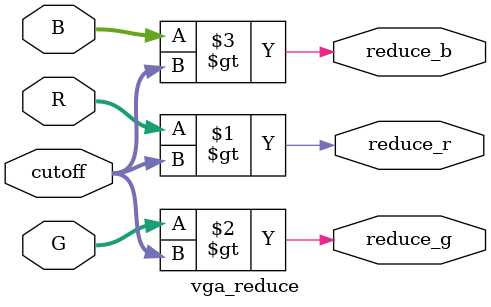
<source format=v>
`timescale 1ns / 1ps

module vga_reduce 
	(
		input [7:0] R, G, B,
		input [7:0] cutoff,
		output reduce_r, reduce_g, reduce_b
	);

	assign reduce_r = R > cutoff;
	assign reduce_g = G > cutoff;
	assign reduce_b = B > cutoff;

endmodule

</source>
